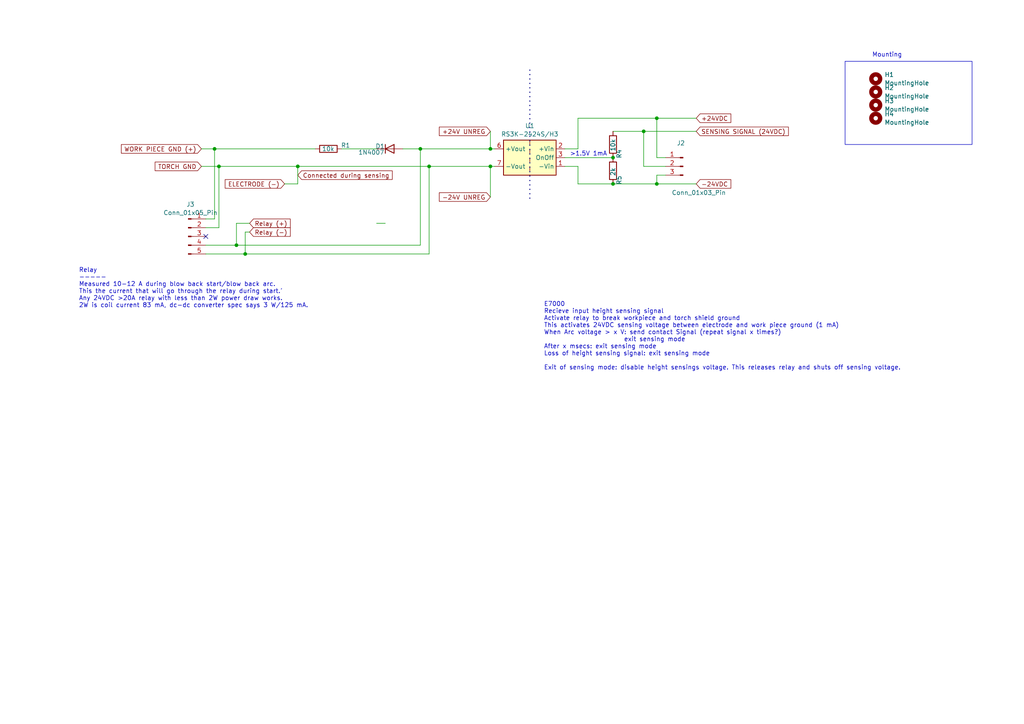
<source format=kicad_sch>
(kicad_sch
	(version 20231120)
	(generator "eeschema")
	(generator_version "8.0")
	(uuid "2f7c1153-70ce-434d-b080-3c6aade9d7b3")
	(paper "A4")
	(title_block
		(title "Clip work piece ground from torch grounded shield")
	)
	(lib_symbols
		(symbol "Connector:Conn_01x03_Pin"
			(pin_names
				(offset 1.016) hide)
			(exclude_from_sim no)
			(in_bom yes)
			(on_board yes)
			(property "Reference" "J"
				(at 0 5.08 0)
				(effects
					(font
						(size 1.27 1.27)
					)
				)
			)
			(property "Value" "Conn_01x03_Pin"
				(at 0 -5.08 0)
				(effects
					(font
						(size 1.27 1.27)
					)
				)
			)
			(property "Footprint" ""
				(at 0 0 0)
				(effects
					(font
						(size 1.27 1.27)
					)
					(hide yes)
				)
			)
			(property "Datasheet" "~"
				(at 0 0 0)
				(effects
					(font
						(size 1.27 1.27)
					)
					(hide yes)
				)
			)
			(property "Description" "Generic connector, single row, 01x03, script generated"
				(at 0 0 0)
				(effects
					(font
						(size 1.27 1.27)
					)
					(hide yes)
				)
			)
			(property "ki_locked" ""
				(at 0 0 0)
				(effects
					(font
						(size 1.27 1.27)
					)
				)
			)
			(property "ki_keywords" "connector"
				(at 0 0 0)
				(effects
					(font
						(size 1.27 1.27)
					)
					(hide yes)
				)
			)
			(property "ki_fp_filters" "Connector*:*_1x??_*"
				(at 0 0 0)
				(effects
					(font
						(size 1.27 1.27)
					)
					(hide yes)
				)
			)
			(symbol "Conn_01x03_Pin_1_1"
				(polyline
					(pts
						(xy 1.27 -2.54) (xy 0.8636 -2.54)
					)
					(stroke
						(width 0.1524)
						(type default)
					)
					(fill
						(type none)
					)
				)
				(polyline
					(pts
						(xy 1.27 0) (xy 0.8636 0)
					)
					(stroke
						(width 0.1524)
						(type default)
					)
					(fill
						(type none)
					)
				)
				(polyline
					(pts
						(xy 1.27 2.54) (xy 0.8636 2.54)
					)
					(stroke
						(width 0.1524)
						(type default)
					)
					(fill
						(type none)
					)
				)
				(rectangle
					(start 0.8636 -2.413)
					(end 0 -2.667)
					(stroke
						(width 0.1524)
						(type default)
					)
					(fill
						(type outline)
					)
				)
				(rectangle
					(start 0.8636 0.127)
					(end 0 -0.127)
					(stroke
						(width 0.1524)
						(type default)
					)
					(fill
						(type outline)
					)
				)
				(rectangle
					(start 0.8636 2.667)
					(end 0 2.413)
					(stroke
						(width 0.1524)
						(type default)
					)
					(fill
						(type outline)
					)
				)
				(pin passive line
					(at 5.08 2.54 180)
					(length 3.81)
					(name "Pin_1"
						(effects
							(font
								(size 1.27 1.27)
							)
						)
					)
					(number "1"
						(effects
							(font
								(size 1.27 1.27)
							)
						)
					)
				)
				(pin passive line
					(at 5.08 0 180)
					(length 3.81)
					(name "Pin_2"
						(effects
							(font
								(size 1.27 1.27)
							)
						)
					)
					(number "2"
						(effects
							(font
								(size 1.27 1.27)
							)
						)
					)
				)
				(pin passive line
					(at 5.08 -2.54 180)
					(length 3.81)
					(name "Pin_3"
						(effects
							(font
								(size 1.27 1.27)
							)
						)
					)
					(number "3"
						(effects
							(font
								(size 1.27 1.27)
							)
						)
					)
				)
			)
		)
		(symbol "Connector:Conn_01x05_Pin"
			(pin_names
				(offset 1.016) hide)
			(exclude_from_sim no)
			(in_bom yes)
			(on_board yes)
			(property "Reference" "J"
				(at 0 7.62 0)
				(effects
					(font
						(size 1.27 1.27)
					)
				)
			)
			(property "Value" "Conn_01x05_Pin"
				(at 0 -7.62 0)
				(effects
					(font
						(size 1.27 1.27)
					)
				)
			)
			(property "Footprint" ""
				(at 0 0 0)
				(effects
					(font
						(size 1.27 1.27)
					)
					(hide yes)
				)
			)
			(property "Datasheet" "~"
				(at 0 0 0)
				(effects
					(font
						(size 1.27 1.27)
					)
					(hide yes)
				)
			)
			(property "Description" "Generic connector, single row, 01x05, script generated"
				(at 0 0 0)
				(effects
					(font
						(size 1.27 1.27)
					)
					(hide yes)
				)
			)
			(property "ki_locked" ""
				(at 0 0 0)
				(effects
					(font
						(size 1.27 1.27)
					)
				)
			)
			(property "ki_keywords" "connector"
				(at 0 0 0)
				(effects
					(font
						(size 1.27 1.27)
					)
					(hide yes)
				)
			)
			(property "ki_fp_filters" "Connector*:*_1x??_*"
				(at 0 0 0)
				(effects
					(font
						(size 1.27 1.27)
					)
					(hide yes)
				)
			)
			(symbol "Conn_01x05_Pin_1_1"
				(polyline
					(pts
						(xy 1.27 -5.08) (xy 0.8636 -5.08)
					)
					(stroke
						(width 0.1524)
						(type default)
					)
					(fill
						(type none)
					)
				)
				(polyline
					(pts
						(xy 1.27 -2.54) (xy 0.8636 -2.54)
					)
					(stroke
						(width 0.1524)
						(type default)
					)
					(fill
						(type none)
					)
				)
				(polyline
					(pts
						(xy 1.27 0) (xy 0.8636 0)
					)
					(stroke
						(width 0.1524)
						(type default)
					)
					(fill
						(type none)
					)
				)
				(polyline
					(pts
						(xy 1.27 2.54) (xy 0.8636 2.54)
					)
					(stroke
						(width 0.1524)
						(type default)
					)
					(fill
						(type none)
					)
				)
				(polyline
					(pts
						(xy 1.27 5.08) (xy 0.8636 5.08)
					)
					(stroke
						(width 0.1524)
						(type default)
					)
					(fill
						(type none)
					)
				)
				(rectangle
					(start 0.8636 -4.953)
					(end 0 -5.207)
					(stroke
						(width 0.1524)
						(type default)
					)
					(fill
						(type outline)
					)
				)
				(rectangle
					(start 0.8636 -2.413)
					(end 0 -2.667)
					(stroke
						(width 0.1524)
						(type default)
					)
					(fill
						(type outline)
					)
				)
				(rectangle
					(start 0.8636 0.127)
					(end 0 -0.127)
					(stroke
						(width 0.1524)
						(type default)
					)
					(fill
						(type outline)
					)
				)
				(rectangle
					(start 0.8636 2.667)
					(end 0 2.413)
					(stroke
						(width 0.1524)
						(type default)
					)
					(fill
						(type outline)
					)
				)
				(rectangle
					(start 0.8636 5.207)
					(end 0 4.953)
					(stroke
						(width 0.1524)
						(type default)
					)
					(fill
						(type outline)
					)
				)
				(pin passive line
					(at 5.08 5.08 180)
					(length 3.81)
					(name "Pin_1"
						(effects
							(font
								(size 1.27 1.27)
							)
						)
					)
					(number "1"
						(effects
							(font
								(size 1.27 1.27)
							)
						)
					)
				)
				(pin passive line
					(at 5.08 2.54 180)
					(length 3.81)
					(name "Pin_2"
						(effects
							(font
								(size 1.27 1.27)
							)
						)
					)
					(number "2"
						(effects
							(font
								(size 1.27 1.27)
							)
						)
					)
				)
				(pin passive line
					(at 5.08 0 180)
					(length 3.81)
					(name "Pin_3"
						(effects
							(font
								(size 1.27 1.27)
							)
						)
					)
					(number "3"
						(effects
							(font
								(size 1.27 1.27)
							)
						)
					)
				)
				(pin passive line
					(at 5.08 -2.54 180)
					(length 3.81)
					(name "Pin_4"
						(effects
							(font
								(size 1.27 1.27)
							)
						)
					)
					(number "4"
						(effects
							(font
								(size 1.27 1.27)
							)
						)
					)
				)
				(pin passive line
					(at 5.08 -5.08 180)
					(length 3.81)
					(name "Pin_5"
						(effects
							(font
								(size 1.27 1.27)
							)
						)
					)
					(number "5"
						(effects
							(font
								(size 1.27 1.27)
							)
						)
					)
				)
			)
		)
		(symbol "Converter_DCDC:TEC3-2413UI"
			(exclude_from_sim no)
			(in_bom yes)
			(on_board yes)
			(property "Reference" "U"
				(at -7.62 6.35 0)
				(effects
					(font
						(size 1.27 1.27)
					)
					(justify left)
				)
			)
			(property "Value" "TEC3-2413UI"
				(at 1.524 6.35 0)
				(effects
					(font
						(size 1.27 1.27)
					)
				)
			)
			(property "Footprint" "Converter_DCDC:Converter_DCDC_TRACO_TEC3-24xxUI_THT"
				(at 0 -6.604 0)
				(effects
					(font
						(size 1.27 1.27)
					)
					(hide yes)
				)
			)
			(property "Datasheet" "https://www.tracopower.com/products/tec3ui.pdf"
				(at 0 -8.89 0)
				(effects
					(font
						(size 1.27 1.27)
					)
					(hide yes)
				)
			)
			(property "Description" "3W DC/DC converter regulated, 9-75V input, 15V fixed output voltage, 200mA output, 2.0kVDC isolation, SIP-8"
				(at 0 0 0)
				(effects
					(font
						(size 1.27 1.27)
					)
					(hide yes)
				)
			)
			(property "ki_keywords" "Traco isolated isolation dc-dc DC/DC converter regulated single 3W"
				(at 0 0 0)
				(effects
					(font
						(size 1.27 1.27)
					)
					(hide yes)
				)
			)
			(property "ki_fp_filters" "Converter*DCDC*TRACO*TEC3*24xxUI*THT*"
				(at 0 0 0)
				(effects
					(font
						(size 1.27 1.27)
					)
					(hide yes)
				)
			)
			(symbol "TEC3-2413UI_0_0"
				(pin power_in line
					(at -10.16 -2.54 0)
					(length 2.54)
					(name "-Vin"
						(effects
							(font
								(size 1.27 1.27)
							)
						)
					)
					(number "1"
						(effects
							(font
								(size 1.27 1.27)
							)
						)
					)
				)
				(pin power_in line
					(at -10.16 2.54 0)
					(length 2.54)
					(name "+Vin"
						(effects
							(font
								(size 1.27 1.27)
							)
						)
					)
					(number "2"
						(effects
							(font
								(size 1.27 1.27)
							)
						)
					)
				)
				(pin input line
					(at -10.16 0 0)
					(length 2.54)
					(name "OnOff"
						(effects
							(font
								(size 1.27 1.27)
							)
						)
					)
					(number "3"
						(effects
							(font
								(size 1.27 1.27)
							)
						)
					)
				)
				(pin no_connect line
					(at 0 5.08 270)
					(length 2.54) hide
					(name "NC"
						(effects
							(font
								(size 1.27 1.27)
							)
						)
					)
					(number "5"
						(effects
							(font
								(size 1.27 1.27)
							)
						)
					)
				)
				(pin power_out line
					(at 10.16 2.54 180)
					(length 2.54)
					(name "+Vout"
						(effects
							(font
								(size 1.27 1.27)
							)
						)
					)
					(number "6"
						(effects
							(font
								(size 1.27 1.27)
							)
						)
					)
				)
				(pin power_out line
					(at 10.16 -2.54 180)
					(length 2.54)
					(name "-Vout"
						(effects
							(font
								(size 1.27 1.27)
							)
						)
					)
					(number "7"
						(effects
							(font
								(size 1.27 1.27)
							)
						)
					)
				)
				(pin no_connect line
					(at 7.62 0 180)
					(length 2.54) hide
					(name "NC"
						(effects
							(font
								(size 1.27 1.27)
							)
						)
					)
					(number "8"
						(effects
							(font
								(size 1.27 1.27)
							)
						)
					)
				)
			)
			(symbol "TEC3-2413UI_0_1"
				(rectangle
					(start -7.62 5.08)
					(end 7.62 -5.08)
					(stroke
						(width 0.254)
						(type default)
					)
					(fill
						(type background)
					)
				)
				(polyline
					(pts
						(xy 0 -2.54) (xy 0 -3.81)
					)
					(stroke
						(width 0)
						(type default)
					)
					(fill
						(type none)
					)
				)
				(polyline
					(pts
						(xy 0 0) (xy 0 -1.27)
					)
					(stroke
						(width 0)
						(type default)
					)
					(fill
						(type none)
					)
				)
				(polyline
					(pts
						(xy 0 2.54) (xy 0 1.27)
					)
					(stroke
						(width 0)
						(type default)
					)
					(fill
						(type none)
					)
				)
				(polyline
					(pts
						(xy 0 5.08) (xy 0 3.81)
					)
					(stroke
						(width 0)
						(type default)
					)
					(fill
						(type none)
					)
				)
			)
		)
		(symbol "Device:R"
			(pin_numbers hide)
			(pin_names
				(offset 0)
			)
			(exclude_from_sim no)
			(in_bom yes)
			(on_board yes)
			(property "Reference" "R"
				(at 2.032 0 90)
				(effects
					(font
						(size 1.27 1.27)
					)
				)
			)
			(property "Value" "R"
				(at 0 0 90)
				(effects
					(font
						(size 1.27 1.27)
					)
				)
			)
			(property "Footprint" ""
				(at -1.778 0 90)
				(effects
					(font
						(size 1.27 1.27)
					)
					(hide yes)
				)
			)
			(property "Datasheet" "~"
				(at 0 0 0)
				(effects
					(font
						(size 1.27 1.27)
					)
					(hide yes)
				)
			)
			(property "Description" "Resistor"
				(at 0 0 0)
				(effects
					(font
						(size 1.27 1.27)
					)
					(hide yes)
				)
			)
			(property "ki_keywords" "R res resistor"
				(at 0 0 0)
				(effects
					(font
						(size 1.27 1.27)
					)
					(hide yes)
				)
			)
			(property "ki_fp_filters" "R_*"
				(at 0 0 0)
				(effects
					(font
						(size 1.27 1.27)
					)
					(hide yes)
				)
			)
			(symbol "R_0_1"
				(rectangle
					(start -1.016 -2.54)
					(end 1.016 2.54)
					(stroke
						(width 0.254)
						(type default)
					)
					(fill
						(type none)
					)
				)
			)
			(symbol "R_1_1"
				(pin passive line
					(at 0 3.81 270)
					(length 1.27)
					(name "~"
						(effects
							(font
								(size 1.27 1.27)
							)
						)
					)
					(number "1"
						(effects
							(font
								(size 1.27 1.27)
							)
						)
					)
				)
				(pin passive line
					(at 0 -3.81 90)
					(length 1.27)
					(name "~"
						(effects
							(font
								(size 1.27 1.27)
							)
						)
					)
					(number "2"
						(effects
							(font
								(size 1.27 1.27)
							)
						)
					)
				)
			)
		)
		(symbol "Diode:1N4007"
			(pin_numbers hide)
			(pin_names hide)
			(exclude_from_sim no)
			(in_bom yes)
			(on_board yes)
			(property "Reference" "D"
				(at 0 2.54 0)
				(effects
					(font
						(size 1.27 1.27)
					)
				)
			)
			(property "Value" "1N4007"
				(at 0 -2.54 0)
				(effects
					(font
						(size 1.27 1.27)
					)
				)
			)
			(property "Footprint" "Diode_THT:D_DO-41_SOD81_P10.16mm_Horizontal"
				(at 0 -4.445 0)
				(effects
					(font
						(size 1.27 1.27)
					)
					(hide yes)
				)
			)
			(property "Datasheet" "http://www.vishay.com/docs/88503/1n4001.pdf"
				(at 0 0 0)
				(effects
					(font
						(size 1.27 1.27)
					)
					(hide yes)
				)
			)
			(property "Description" "1000V 1A General Purpose Rectifier Diode, DO-41"
				(at 0 0 0)
				(effects
					(font
						(size 1.27 1.27)
					)
					(hide yes)
				)
			)
			(property "Sim.Device" "D"
				(at 0 0 0)
				(effects
					(font
						(size 1.27 1.27)
					)
					(hide yes)
				)
			)
			(property "Sim.Pins" "1=K 2=A"
				(at 0 0 0)
				(effects
					(font
						(size 1.27 1.27)
					)
					(hide yes)
				)
			)
			(property "ki_keywords" "diode"
				(at 0 0 0)
				(effects
					(font
						(size 1.27 1.27)
					)
					(hide yes)
				)
			)
			(property "ki_fp_filters" "D*DO?41*"
				(at 0 0 0)
				(effects
					(font
						(size 1.27 1.27)
					)
					(hide yes)
				)
			)
			(symbol "1N4007_0_1"
				(polyline
					(pts
						(xy -1.27 1.27) (xy -1.27 -1.27)
					)
					(stroke
						(width 0.254)
						(type default)
					)
					(fill
						(type none)
					)
				)
				(polyline
					(pts
						(xy 1.27 0) (xy -1.27 0)
					)
					(stroke
						(width 0)
						(type default)
					)
					(fill
						(type none)
					)
				)
				(polyline
					(pts
						(xy 1.27 1.27) (xy 1.27 -1.27) (xy -1.27 0) (xy 1.27 1.27)
					)
					(stroke
						(width 0.254)
						(type default)
					)
					(fill
						(type none)
					)
				)
			)
			(symbol "1N4007_1_1"
				(pin passive line
					(at -3.81 0 0)
					(length 2.54)
					(name "K"
						(effects
							(font
								(size 1.27 1.27)
							)
						)
					)
					(number "1"
						(effects
							(font
								(size 1.27 1.27)
							)
						)
					)
				)
				(pin passive line
					(at 3.81 0 180)
					(length 2.54)
					(name "A"
						(effects
							(font
								(size 1.27 1.27)
							)
						)
					)
					(number "2"
						(effects
							(font
								(size 1.27 1.27)
							)
						)
					)
				)
			)
		)
		(symbol "Mechanical:MountingHole"
			(pin_names
				(offset 1.016)
			)
			(exclude_from_sim yes)
			(in_bom no)
			(on_board yes)
			(property "Reference" "H"
				(at 0 5.08 0)
				(effects
					(font
						(size 1.27 1.27)
					)
				)
			)
			(property "Value" "MountingHole"
				(at 0 3.175 0)
				(effects
					(font
						(size 1.27 1.27)
					)
				)
			)
			(property "Footprint" ""
				(at 0 0 0)
				(effects
					(font
						(size 1.27 1.27)
					)
					(hide yes)
				)
			)
			(property "Datasheet" "~"
				(at 0 0 0)
				(effects
					(font
						(size 1.27 1.27)
					)
					(hide yes)
				)
			)
			(property "Description" "Mounting Hole without connection"
				(at 0 0 0)
				(effects
					(font
						(size 1.27 1.27)
					)
					(hide yes)
				)
			)
			(property "ki_keywords" "mounting hole"
				(at 0 0 0)
				(effects
					(font
						(size 1.27 1.27)
					)
					(hide yes)
				)
			)
			(property "ki_fp_filters" "MountingHole*"
				(at 0 0 0)
				(effects
					(font
						(size 1.27 1.27)
					)
					(hide yes)
				)
			)
			(symbol "MountingHole_0_1"
				(circle
					(center 0 0)
					(radius 1.27)
					(stroke
						(width 1.27)
						(type default)
					)
					(fill
						(type none)
					)
				)
			)
		)
	)
	(junction
		(at 68.58 71.12)
		(diameter 0)
		(color 0 0 0 0)
		(uuid "1363a363-cf6d-449f-aa65-f8dca29f6885")
	)
	(junction
		(at 62.23 43.18)
		(diameter 0)
		(color 0 0 0 0)
		(uuid "2aaefd86-bd07-4033-844c-50cc23b381ff")
	)
	(junction
		(at 186.69 38.1)
		(diameter 0)
		(color 0 0 0 0)
		(uuid "34f9172b-8c54-4a0f-9b5d-9335143bfaa5")
	)
	(junction
		(at 142.24 48.26)
		(diameter 0)
		(color 0 0 0 0)
		(uuid "37c43951-6260-4d7a-83d0-3b2bc434c8d4")
	)
	(junction
		(at 71.12 73.66)
		(diameter 0)
		(color 0 0 0 0)
		(uuid "3e1c1d1b-ca80-497c-bd0d-c5b2f6933349")
	)
	(junction
		(at 86.36 48.26)
		(diameter 0)
		(color 0 0 0 0)
		(uuid "3f27100a-11ee-414d-aff4-e59353b86b78")
	)
	(junction
		(at 124.46 48.26)
		(diameter 0)
		(color 0 0 0 0)
		(uuid "540c0c40-d521-4548-ad79-45d842153b39")
	)
	(junction
		(at 142.24 43.18)
		(diameter 0)
		(color 0 0 0 0)
		(uuid "5c7eae82-fc48-44a7-87e3-2b169c51f7a6")
	)
	(junction
		(at 190.5 53.34)
		(diameter 0)
		(color 0 0 0 0)
		(uuid "63e40dca-c178-4255-8f44-c475b0a60b2a")
	)
	(junction
		(at 177.8 53.34)
		(diameter 0)
		(color 0 0 0 0)
		(uuid "91716cb1-5341-4824-8f1e-3dc14ac5a6c6")
	)
	(junction
		(at 63.5 48.26)
		(diameter 0)
		(color 0 0 0 0)
		(uuid "a6d838f8-dc2d-403d-9a07-3f8605eea2d6")
	)
	(junction
		(at 121.92 43.18)
		(diameter 0)
		(color 0 0 0 0)
		(uuid "b42c242e-32de-4c09-8c31-8db31843586f")
	)
	(junction
		(at 177.8 45.72)
		(diameter 0)
		(color 0 0 0 0)
		(uuid "edb256d2-e21b-4584-871a-23efe329c1c6")
	)
	(junction
		(at 190.5 34.29)
		(diameter 0)
		(color 0 0 0 0)
		(uuid "f5abadfb-2abb-4ee4-96de-60678d4af991")
	)
	(no_connect
		(at 59.69 68.58)
		(uuid "838addef-1b41-4507-a7b0-dad4a6d31c93")
	)
	(wire
		(pts
			(xy 193.04 48.26) (xy 186.69 48.26)
		)
		(stroke
			(width 0)
			(type default)
		)
		(uuid "08825fa3-8e07-4ca0-a092-00e9929586c8")
	)
	(wire
		(pts
			(xy 167.64 43.18) (xy 163.83 43.18)
		)
		(stroke
			(width 0)
			(type default)
		)
		(uuid "1374e949-9a85-498c-a113-64bc2dc6c261")
	)
	(wire
		(pts
			(xy 121.92 43.18) (xy 142.24 43.18)
		)
		(stroke
			(width 0)
			(type default)
		)
		(uuid "15b9de44-a6eb-4008-82ad-8c2eda039d1c")
	)
	(wire
		(pts
			(xy 142.24 48.26) (xy 143.51 48.26)
		)
		(stroke
			(width 0)
			(type default)
		)
		(uuid "160de4d8-9513-4a04-b2d0-a1dfca1d68ce")
	)
	(wire
		(pts
			(xy 72.39 67.31) (xy 71.12 67.31)
		)
		(stroke
			(width 0)
			(type default)
		)
		(uuid "1b502def-70e6-4360-b7d2-ea8c6561acfb")
	)
	(wire
		(pts
			(xy 142.24 43.18) (xy 143.51 43.18)
		)
		(stroke
			(width 0)
			(type default)
		)
		(uuid "1d98e999-bcb5-4f4b-8cfd-2094199a0d4b")
	)
	(wire
		(pts
			(xy 186.69 48.26) (xy 186.69 38.1)
		)
		(stroke
			(width 0)
			(type default)
		)
		(uuid "250f7caa-9f60-42d9-ab48-9364015103ba")
	)
	(wire
		(pts
			(xy 190.5 34.29) (xy 201.93 34.29)
		)
		(stroke
			(width 0)
			(type default)
		)
		(uuid "2653ceff-e20a-413f-86e7-88bb388e1205")
	)
	(wire
		(pts
			(xy 190.5 45.72) (xy 190.5 34.29)
		)
		(stroke
			(width 0)
			(type default)
		)
		(uuid "287c9e4b-0a3e-465e-adad-2589019caf49")
	)
	(wire
		(pts
			(xy 71.12 73.66) (xy 124.46 73.66)
		)
		(stroke
			(width 0)
			(type default)
		)
		(uuid "289b99fc-a241-4995-8d67-a3dfd3f5b102")
	)
	(wire
		(pts
			(xy 177.8 38.1) (xy 186.69 38.1)
		)
		(stroke
			(width 0)
			(type default)
		)
		(uuid "2b2773e6-47b0-420d-9835-02ad7bb2804c")
	)
	(wire
		(pts
			(xy 167.64 34.29) (xy 190.5 34.29)
		)
		(stroke
			(width 0)
			(type default)
		)
		(uuid "32450982-b3ba-4eff-84b5-e563cfc45b99")
	)
	(wire
		(pts
			(xy 177.8 53.34) (xy 190.5 53.34)
		)
		(stroke
			(width 0)
			(type default)
		)
		(uuid "342a06dc-4bf7-481a-9f84-1499e4405e89")
	)
	(wire
		(pts
			(xy 124.46 73.66) (xy 124.46 48.26)
		)
		(stroke
			(width 0)
			(type default)
		)
		(uuid "393703a0-2d81-4f54-92ac-965366feb891")
	)
	(wire
		(pts
			(xy 190.5 53.34) (xy 201.93 53.34)
		)
		(stroke
			(width 0)
			(type default)
		)
		(uuid "3e911fa1-10d2-470b-9d74-b76c4fb17eea")
	)
	(wire
		(pts
			(xy 167.64 48.26) (xy 167.64 53.34)
		)
		(stroke
			(width 0)
			(type default)
		)
		(uuid "412876e9-bbbb-48f3-9bef-72afe0d78422")
	)
	(wire
		(pts
			(xy 186.69 38.1) (xy 201.93 38.1)
		)
		(stroke
			(width 0)
			(type default)
		)
		(uuid "43997313-21b9-45ba-8b9c-01cfe254dfe1")
	)
	(wire
		(pts
			(xy 72.39 64.77) (xy 68.58 64.77)
		)
		(stroke
			(width 0)
			(type default)
		)
		(uuid "43a737a9-02e8-438e-84ac-abcb1a7268bc")
	)
	(wire
		(pts
			(xy 63.5 48.26) (xy 86.36 48.26)
		)
		(stroke
			(width 0)
			(type default)
		)
		(uuid "488268ba-aead-4eb9-a6ad-24d9ca719d2f")
	)
	(wire
		(pts
			(xy 59.69 73.66) (xy 71.12 73.66)
		)
		(stroke
			(width 0)
			(type default)
		)
		(uuid "4a52ef85-d970-49cf-a03e-6b9b6c25ace4")
	)
	(wire
		(pts
			(xy 58.42 43.18) (xy 62.23 43.18)
		)
		(stroke
			(width 0)
			(type default)
		)
		(uuid "4d8b4d28-50de-480f-b980-e64f2c3e5b02")
	)
	(wire
		(pts
			(xy 62.23 63.5) (xy 62.23 43.18)
		)
		(stroke
			(width 0)
			(type default)
		)
		(uuid "4e1cfc6f-7ba7-4cd3-95bb-64bd2398faa7")
	)
	(wire
		(pts
			(xy 68.58 64.77) (xy 68.58 71.12)
		)
		(stroke
			(width 0)
			(type default)
		)
		(uuid "4f787532-6009-4f0a-a25a-918ad8f3f8b7")
	)
	(wire
		(pts
			(xy 111.76 64.77) (xy 109.22 64.77)
		)
		(stroke
			(width 0)
			(type default)
		)
		(uuid "52ebe5af-d1bb-49da-b5f1-69d677455d4f")
	)
	(wire
		(pts
			(xy 124.46 48.26) (xy 142.24 48.26)
		)
		(stroke
			(width 0)
			(type default)
		)
		(uuid "567b7863-74cf-4ef7-989e-425a6a99fffb")
	)
	(wire
		(pts
			(xy 163.83 45.72) (xy 177.8 45.72)
		)
		(stroke
			(width 0)
			(type default)
		)
		(uuid "5d0c69e9-c01b-4be7-b43c-14039068dcdb")
	)
	(wire
		(pts
			(xy 190.5 50.8) (xy 190.5 53.34)
		)
		(stroke
			(width 0)
			(type default)
		)
		(uuid "5e795cae-9ccb-4648-8240-fd61edf5b47a")
	)
	(bus
		(pts
			(xy 153.67 20.32) (xy 153.67 58.42)
		)
		(stroke
			(width 0)
			(type dot)
		)
		(uuid "613f69a4-0107-4cca-91e5-a0793d2742c5")
	)
	(wire
		(pts
			(xy 142.24 57.15) (xy 142.24 48.26)
		)
		(stroke
			(width 0)
			(type default)
		)
		(uuid "7b04a8f2-dd43-457e-adec-c0258efb300b")
	)
	(wire
		(pts
			(xy 167.64 34.29) (xy 167.64 43.18)
		)
		(stroke
			(width 0)
			(type default)
		)
		(uuid "8cbff296-6438-4900-ab6c-3630e6bd7eb5")
	)
	(wire
		(pts
			(xy 82.55 53.34) (xy 86.36 53.34)
		)
		(stroke
			(width 0)
			(type default)
		)
		(uuid "8f7f6974-751d-4489-a724-9a10dbb450ba")
	)
	(wire
		(pts
			(xy 99.06 43.18) (xy 109.22 43.18)
		)
		(stroke
			(width 0)
			(type default)
		)
		(uuid "93bd9c54-62da-4bd2-a4dc-1764939b651e")
	)
	(wire
		(pts
			(xy 116.84 43.18) (xy 121.92 43.18)
		)
		(stroke
			(width 0)
			(type default)
		)
		(uuid "9d13e583-9086-4848-8b5a-210bc6af26e4")
	)
	(wire
		(pts
			(xy 59.69 66.04) (xy 63.5 66.04)
		)
		(stroke
			(width 0)
			(type default)
		)
		(uuid "a6b36815-f0fc-4167-b414-57e42d05d52f")
	)
	(wire
		(pts
			(xy 193.04 45.72) (xy 190.5 45.72)
		)
		(stroke
			(width 0)
			(type default)
		)
		(uuid "a76baa4d-165a-4cd8-9d02-57d902843357")
	)
	(wire
		(pts
			(xy 86.36 48.26) (xy 86.36 53.34)
		)
		(stroke
			(width 0)
			(type default)
		)
		(uuid "a85bacdb-704a-4675-a55a-36d7546c1ba3")
	)
	(wire
		(pts
			(xy 59.69 63.5) (xy 62.23 63.5)
		)
		(stroke
			(width 0)
			(type default)
		)
		(uuid "a967b78e-3640-4cf4-862c-47b8147abcfa")
	)
	(wire
		(pts
			(xy 167.64 53.34) (xy 177.8 53.34)
		)
		(stroke
			(width 0)
			(type default)
		)
		(uuid "b5ade923-5037-49bb-ab85-6bf843f11c49")
	)
	(wire
		(pts
			(xy 86.36 48.26) (xy 124.46 48.26)
		)
		(stroke
			(width 0)
			(type default)
		)
		(uuid "b7d2aaeb-9097-4504-9f89-d598c4d336ad")
	)
	(wire
		(pts
			(xy 71.12 67.31) (xy 71.12 73.66)
		)
		(stroke
			(width 0)
			(type default)
		)
		(uuid "c2d123ab-7737-496d-8eb6-aad61e1e4334")
	)
	(wire
		(pts
			(xy 142.24 38.1) (xy 142.24 43.18)
		)
		(stroke
			(width 0)
			(type default)
		)
		(uuid "cebc312f-ecf3-4e72-b66a-acd9920fb69c")
	)
	(wire
		(pts
			(xy 68.58 71.12) (xy 121.92 71.12)
		)
		(stroke
			(width 0)
			(type default)
		)
		(uuid "cf1b1637-c9b6-49af-8572-bdc648909d4a")
	)
	(wire
		(pts
			(xy 193.04 50.8) (xy 190.5 50.8)
		)
		(stroke
			(width 0)
			(type default)
		)
		(uuid "e7321572-a38c-47b0-8a0d-2d573f52d5c7")
	)
	(wire
		(pts
			(xy 163.83 48.26) (xy 167.64 48.26)
		)
		(stroke
			(width 0)
			(type default)
		)
		(uuid "ea692671-510f-4533-bdce-481acf66fbff")
	)
	(wire
		(pts
			(xy 59.69 71.12) (xy 68.58 71.12)
		)
		(stroke
			(width 0)
			(type default)
		)
		(uuid "efb23a80-9ed2-4d47-8f57-3fe3b1854493")
	)
	(wire
		(pts
			(xy 63.5 66.04) (xy 63.5 48.26)
		)
		(stroke
			(width 0)
			(type default)
		)
		(uuid "f69009b6-9738-4468-b36c-38b3ba19dfd1")
	)
	(wire
		(pts
			(xy 62.23 43.18) (xy 91.44 43.18)
		)
		(stroke
			(width 0)
			(type default)
		)
		(uuid "f8aaf4af-e3cd-4188-931c-dd690e1351b6")
	)
	(wire
		(pts
			(xy 58.42 48.26) (xy 63.5 48.26)
		)
		(stroke
			(width 0)
			(type default)
		)
		(uuid "fdc42d48-05fa-49f6-959c-d90e52733927")
	)
	(wire
		(pts
			(xy 121.92 71.12) (xy 121.92 43.18)
		)
		(stroke
			(width 0)
			(type default)
		)
		(uuid "fe22e5d4-73c6-42f7-9745-211d488e6020")
	)
	(rectangle
		(start 245.11 17.78)
		(end 281.94 41.91)
		(stroke
			(width 0)
			(type default)
		)
		(fill
			(type none)
		)
		(uuid a9d0f8c2-7075-4e26-83e8-15065199ba8a)
	)
	(text "E7000\nRecieve input height sensing signal\nActivate relay to break workpiece and torch shield ground\nThis activates 24VDC sensing voltage between electrode and work piece ground (1 mA)\nWhen Arc voltage > x V: send contact Signal (repeat signal x times?)\n                        exit sensing mode\nAfter x msecs: exit sensing mode\nLoss of height sensing signal: exit sensing mode\n\nExit of sensing mode: disable height sensings voltage. This releases relay and shuts off sensing voltage.\n\n"
		(exclude_from_sim no)
		(at 157.734 98.552 0)
		(effects
			(font
				(size 1.27 1.27)
			)
			(justify left)
		)
		(uuid "1f36ced0-4a8d-4b0f-a4e1-e8559ec72122")
	)
	(text ">1.5V 1mA"
		(exclude_from_sim no)
		(at 170.688 44.704 0)
		(effects
			(font
				(size 1.27 1.27)
			)
		)
		(uuid "21ef9072-3d1e-4509-9099-3fcc99afe0e3")
	)
	(text "Mounting"
		(exclude_from_sim no)
		(at 257.302 16.002 0)
		(effects
			(font
				(size 1.27 1.27)
			)
		)
		(uuid "27e903f8-2cda-408a-b35c-af8280e3ce25")
	)
	(text "Relay\n-----\nMeasured 10-12 A during blow back start/blow back arc.\nThis the current that will go through the relay during start.'\nAny 24VDC >20A relay with less than 2W power draw works.\n2W is coil current 83 mA, dc-dc converter spec says 3 W/125 mA."
		(exclude_from_sim no)
		(at 22.86 83.566 0)
		(effects
			(font
				(size 1.27 1.27)
			)
			(justify left)
		)
		(uuid "efdba791-5331-4111-a184-bb1ee3633e5a")
	)
	(global_label "Connected during sensing"
		(shape input)
		(at 86.36 50.8 0)
		(fields_autoplaced yes)
		(effects
			(font
				(size 1.27 1.27)
			)
			(justify left)
		)
		(uuid "2826dd6c-5cf3-4548-9834-ac92358b94e8")
		(property "Intersheetrefs" "${INTERSHEET_REFS}"
			(at 114.3215 50.8 0)
			(effects
				(font
					(size 1.27 1.27)
				)
				(justify left)
				(hide yes)
			)
		)
	)
	(global_label "+24V UNREG"
		(shape input)
		(at 142.24 38.1 180)
		(fields_autoplaced yes)
		(effects
			(font
				(size 1.27 1.27)
			)
			(justify right)
		)
		(uuid "6d625087-2465-4970-a850-93c9993d32c2")
		(property "Intersheetrefs" "${INTERSHEET_REFS}"
			(at 126.8572 38.1 0)
			(effects
				(font
					(size 1.27 1.27)
				)
				(justify right)
				(hide yes)
			)
		)
	)
	(global_label "TORCH GND"
		(shape input)
		(at 58.42 48.26 180)
		(fields_autoplaced yes)
		(effects
			(font
				(size 1.27 1.27)
			)
			(justify right)
		)
		(uuid "6ec9d393-3507-4a78-9366-ffaf8d0786fc")
		(property "Intersheetrefs" "${INTERSHEET_REFS}"
			(at 44.4281 48.26 0)
			(effects
				(font
					(size 1.27 1.27)
				)
				(justify right)
				(hide yes)
			)
		)
	)
	(global_label "-24V UNREG"
		(shape input)
		(at 142.24 57.15 180)
		(fields_autoplaced yes)
		(effects
			(font
				(size 1.27 1.27)
			)
			(justify right)
		)
		(uuid "7d9a57dc-1da5-4ae1-8acb-fb0a54f669f3")
		(property "Intersheetrefs" "${INTERSHEET_REFS}"
			(at 126.8572 57.15 0)
			(effects
				(font
					(size 1.27 1.27)
				)
				(justify right)
				(hide yes)
			)
		)
	)
	(global_label "Relay (-)"
		(shape input)
		(at 72.39 67.31 0)
		(fields_autoplaced yes)
		(effects
			(font
				(size 1.27 1.27)
			)
			(justify left)
		)
		(uuid "8caec950-0429-404a-a48e-73695e8faee2")
		(property "Intersheetrefs" "${INTERSHEET_REFS}"
			(at 84.749 67.31 0)
			(effects
				(font
					(size 1.27 1.27)
				)
				(justify left)
				(hide yes)
			)
		)
	)
	(global_label "WORK PIECE GND (+)"
		(shape input)
		(at 58.42 43.18 180)
		(fields_autoplaced yes)
		(effects
			(font
				(size 1.27 1.27)
			)
			(justify right)
		)
		(uuid "8e0e7ccc-b90d-4c7e-83fd-c7e85d9863d3")
		(property "Intersheetrefs" "${INTERSHEET_REFS}"
			(at 34.631 43.18 0)
			(effects
				(font
					(size 1.27 1.27)
				)
				(justify right)
				(hide yes)
			)
		)
	)
	(global_label "+24VDC"
		(shape input)
		(at 201.93 34.29 0)
		(fields_autoplaced yes)
		(effects
			(font
				(size 1.27 1.27)
			)
			(justify left)
		)
		(uuid "b05a7639-1711-400c-a733-4aef8f69e8c9")
		(property "Intersheetrefs" "${INTERSHEET_REFS}"
			(at 212.5352 34.29 0)
			(effects
				(font
					(size 1.27 1.27)
				)
				(justify left)
				(hide yes)
			)
		)
	)
	(global_label "-24VDC"
		(shape input)
		(at 201.93 53.34 0)
		(fields_autoplaced yes)
		(effects
			(font
				(size 1.27 1.27)
			)
			(justify left)
		)
		(uuid "bd606692-a779-472b-8869-42d1e6141454")
		(property "Intersheetrefs" "${INTERSHEET_REFS}"
			(at 212.5352 53.34 0)
			(effects
				(font
					(size 1.27 1.27)
				)
				(justify left)
				(hide yes)
			)
		)
	)
	(global_label "ELECTRODE (-)"
		(shape input)
		(at 82.55 53.34 180)
		(fields_autoplaced yes)
		(effects
			(font
				(size 1.27 1.27)
			)
			(justify right)
		)
		(uuid "de3c183a-11d5-48a4-abd7-979b95fbe48c")
		(property "Intersheetrefs" "${INTERSHEET_REFS}"
			(at 64.7482 53.34 0)
			(effects
				(font
					(size 1.27 1.27)
				)
				(justify right)
				(hide yes)
			)
		)
	)
	(global_label "SENSING SIGNAL (24VDC)"
		(shape input)
		(at 201.93 38.1 0)
		(fields_autoplaced yes)
		(effects
			(font
				(size 1.27 1.27)
			)
			(justify left)
		)
		(uuid "de424800-6af7-4893-a026-1ea6454cc777")
		(property "Intersheetrefs" "${INTERSHEET_REFS}"
			(at 229.2267 38.1 0)
			(effects
				(font
					(size 1.27 1.27)
				)
				(justify left)
				(hide yes)
			)
		)
	)
	(global_label "Relay (+)"
		(shape input)
		(at 72.39 64.77 0)
		(fields_autoplaced yes)
		(effects
			(font
				(size 1.27 1.27)
			)
			(justify left)
		)
		(uuid "fd468efe-5bf8-438c-b460-f5e9d5af6f85")
		(property "Intersheetrefs" "${INTERSHEET_REFS}"
			(at 84.749 64.77 0)
			(effects
				(font
					(size 1.27 1.27)
				)
				(justify left)
				(hide yes)
			)
		)
	)
	(symbol
		(lib_id "Device:R")
		(at 95.25 43.18 90)
		(unit 1)
		(exclude_from_sim no)
		(in_bom yes)
		(on_board yes)
		(dnp no)
		(uuid "1431b03f-edc2-4586-b646-d5c3e81e275c")
		(property "Reference" "R1"
			(at 101.6 42.164 90)
			(effects
				(font
					(size 1.27 1.27)
				)
				(justify left)
			)
		)
		(property "Value" "10k"
			(at 97.028 43.18 90)
			(effects
				(font
					(size 1.27 1.27)
				)
				(justify left)
			)
		)
		(property "Footprint" "Resistor_SMD:R_2512_6332Metric_Pad1.40x3.35mm_HandSolder"
			(at 95.25 44.958 90)
			(effects
				(font
					(size 1.27 1.27)
				)
				(hide yes)
			)
		)
		(property "Datasheet" "~"
			(at 95.25 43.18 0)
			(effects
				(font
					(size 1.27 1.27)
				)
				(hide yes)
			)
		)
		(property "Description" "Resistor"
			(at 95.25 43.18 0)
			(effects
				(font
					(size 1.27 1.27)
				)
				(hide yes)
			)
		)
		(pin "2"
			(uuid "b17eab27-744c-4574-87c8-0366524e02eb")
		)
		(pin "1"
			(uuid "43e3419e-6020-4196-9ded-a3e5c57a82e7")
		)
		(instances
			(project "THTIC3"
				(path "/2f7c1153-70ce-434d-b080-3c6aade9d7b3"
					(reference "R1")
					(unit 1)
				)
			)
		)
	)
	(symbol
		(lib_id "Mechanical:MountingHole")
		(at 254 26.67 0)
		(unit 1)
		(exclude_from_sim yes)
		(in_bom no)
		(on_board yes)
		(dnp no)
		(fields_autoplaced yes)
		(uuid "16840c9c-f009-445b-809d-ad6f9c769100")
		(property "Reference" "H2"
			(at 256.54 25.4578 0)
			(effects
				(font
					(size 1.27 1.27)
				)
				(justify left)
			)
		)
		(property "Value" "MountingHole"
			(at 256.54 27.8821 0)
			(effects
				(font
					(size 1.27 1.27)
				)
				(justify left)
			)
		)
		(property "Footprint" "MountingHole:MountingHole_3.2mm_M3"
			(at 254 26.67 0)
			(effects
				(font
					(size 1.27 1.27)
				)
				(hide yes)
			)
		)
		(property "Datasheet" "~"
			(at 254 26.67 0)
			(effects
				(font
					(size 1.27 1.27)
				)
				(hide yes)
			)
		)
		(property "Description" "Mounting Hole without connection"
			(at 254 26.67 0)
			(effects
				(font
					(size 1.27 1.27)
				)
				(hide yes)
			)
		)
		(instances
			(project "THCIC"
				(path "/2f7c1153-70ce-434d-b080-3c6aade9d7b3"
					(reference "H2")
					(unit 1)
				)
			)
		)
	)
	(symbol
		(lib_id "Mechanical:MountingHole")
		(at 254 30.48 0)
		(unit 1)
		(exclude_from_sim yes)
		(in_bom no)
		(on_board yes)
		(dnp no)
		(fields_autoplaced yes)
		(uuid "309cf554-7dea-456d-be45-443beb1eb356")
		(property "Reference" "H3"
			(at 256.54 29.2678 0)
			(effects
				(font
					(size 1.27 1.27)
				)
				(justify left)
			)
		)
		(property "Value" "MountingHole"
			(at 256.54 31.6921 0)
			(effects
				(font
					(size 1.27 1.27)
				)
				(justify left)
			)
		)
		(property "Footprint" "MountingHole:MountingHole_3.2mm_M3"
			(at 254 30.48 0)
			(effects
				(font
					(size 1.27 1.27)
				)
				(hide yes)
			)
		)
		(property "Datasheet" "~"
			(at 254 30.48 0)
			(effects
				(font
					(size 1.27 1.27)
				)
				(hide yes)
			)
		)
		(property "Description" "Mounting Hole without connection"
			(at 254 30.48 0)
			(effects
				(font
					(size 1.27 1.27)
				)
				(hide yes)
			)
		)
		(instances
			(project "THCIC"
				(path "/2f7c1153-70ce-434d-b080-3c6aade9d7b3"
					(reference "H3")
					(unit 1)
				)
			)
		)
	)
	(symbol
		(lib_id "Device:R")
		(at 177.8 49.53 0)
		(mirror y)
		(unit 1)
		(exclude_from_sim no)
		(in_bom yes)
		(on_board yes)
		(dnp no)
		(uuid "3a591332-2880-45d2-b8af-f17237b886c3")
		(property "Reference" "R5"
			(at 179.578 53.594 90)
			(effects
				(font
					(size 1.27 1.27)
				)
				(justify left)
			)
		)
		(property "Value" "2k"
			(at 177.8 51.054 90)
			(effects
				(font
					(size 1.27 1.27)
				)
				(justify left)
			)
		)
		(property "Footprint" "Resistor_SMD:R_0805_2012Metric_Pad1.20x1.40mm_HandSolder"
			(at 179.578 49.53 90)
			(effects
				(font
					(size 1.27 1.27)
				)
				(hide yes)
			)
		)
		(property "Datasheet" "~"
			(at 177.8 49.53 0)
			(effects
				(font
					(size 1.27 1.27)
				)
				(hide yes)
			)
		)
		(property "Description" "Resistor"
			(at 177.8 49.53 0)
			(effects
				(font
					(size 1.27 1.27)
				)
				(hide yes)
			)
		)
		(pin "2"
			(uuid "8303435e-81c2-415d-ade5-b7ad18ee6031")
		)
		(pin "1"
			(uuid "962fa95c-dd16-48d7-8c1d-d1956ace0419")
		)
		(instances
			(project "THTIC3"
				(path "/2f7c1153-70ce-434d-b080-3c6aade9d7b3"
					(reference "R5")
					(unit 1)
				)
			)
		)
	)
	(symbol
		(lib_id "Mechanical:MountingHole")
		(at 254 22.86 0)
		(unit 1)
		(exclude_from_sim yes)
		(in_bom no)
		(on_board yes)
		(dnp no)
		(fields_autoplaced yes)
		(uuid "4a92cd42-854d-40b8-94c8-4c25d0aae700")
		(property "Reference" "H1"
			(at 256.54 21.6478 0)
			(effects
				(font
					(size 1.27 1.27)
				)
				(justify left)
			)
		)
		(property "Value" "MountingHole"
			(at 256.54 24.0721 0)
			(effects
				(font
					(size 1.27 1.27)
				)
				(justify left)
			)
		)
		(property "Footprint" "MountingHole:MountingHole_3.2mm_M3"
			(at 254 22.86 0)
			(effects
				(font
					(size 1.27 1.27)
				)
				(hide yes)
			)
		)
		(property "Datasheet" "~"
			(at 254 22.86 0)
			(effects
				(font
					(size 1.27 1.27)
				)
				(hide yes)
			)
		)
		(property "Description" "Mounting Hole without connection"
			(at 254 22.86 0)
			(effects
				(font
					(size 1.27 1.27)
				)
				(hide yes)
			)
		)
		(instances
			(project ""
				(path "/2f7c1153-70ce-434d-b080-3c6aade9d7b3"
					(reference "H1")
					(unit 1)
				)
			)
		)
	)
	(symbol
		(lib_id "Converter_DCDC:TEC3-2413UI")
		(at 153.67 45.72 0)
		(mirror y)
		(unit 1)
		(exclude_from_sim no)
		(in_bom yes)
		(on_board yes)
		(dnp no)
		(uuid "5753cea9-0491-4408-b552-c37b3775e175")
		(property "Reference" "U1"
			(at 153.67 36.4955 0)
			(effects
				(font
					(size 1.27 1.27)
				)
			)
		)
		(property "Value" "RS3K-2424S/H3"
			(at 153.67 38.9198 0)
			(effects
				(font
					(size 1.27 1.27)
				)
			)
		)
		(property "Footprint" "Converter_DCDC:Converter_DCDC_TRACO_TEC3-24xxUI_THT"
			(at 153.67 52.324 0)
			(effects
				(font
					(size 1.27 1.27)
				)
				(hide yes)
			)
		)
		(property "Datasheet" "https://www.tracopower.com/products/tec3ui.pdf"
			(at 153.67 54.61 0)
			(effects
				(font
					(size 1.27 1.27)
				)
				(hide yes)
			)
		)
		(property "Description" "3W DC/DC converter regulated, 9-75V input, 15V fixed output voltage, 200mA output, 2.0kVDC isolation, SIP-8"
			(at 153.67 45.72 0)
			(effects
				(font
					(size 1.27 1.27)
				)
				(hide yes)
			)
		)
		(pin "6"
			(uuid "df7613be-70c4-4440-b5ea-34c27d288769")
		)
		(pin "1"
			(uuid "a5f7244d-bb45-437b-bd4f-ea0595689f9d")
		)
		(pin "5"
			(uuid "e7e0672e-1b6c-4ffb-bdb1-a4aced69b613")
		)
		(pin "3"
			(uuid "3676f0ba-dcc8-4273-af90-28a2ce12b0e9")
		)
		(pin "8"
			(uuid "3b67558d-5be8-4b48-840d-739ebc687440")
		)
		(pin "7"
			(uuid "076cf90c-818a-42e5-a295-797a88068f61")
		)
		(pin "2"
			(uuid "24e218d3-023c-44f5-a81f-d34d4ee744fd")
		)
		(instances
			(project ""
				(path "/2f7c1153-70ce-434d-b080-3c6aade9d7b3"
					(reference "U1")
					(unit 1)
				)
			)
		)
	)
	(symbol
		(lib_id "Mechanical:MountingHole")
		(at 254 34.29 0)
		(unit 1)
		(exclude_from_sim yes)
		(in_bom no)
		(on_board yes)
		(dnp no)
		(fields_autoplaced yes)
		(uuid "75680c8b-7d96-4d2b-b7b2-23a19e38eb58")
		(property "Reference" "H4"
			(at 256.54 33.0778 0)
			(effects
				(font
					(size 1.27 1.27)
				)
				(justify left)
			)
		)
		(property "Value" "MountingHole"
			(at 256.54 35.5021 0)
			(effects
				(font
					(size 1.27 1.27)
				)
				(justify left)
			)
		)
		(property "Footprint" "MountingHole:MountingHole_3.2mm_M3"
			(at 254 34.29 0)
			(effects
				(font
					(size 1.27 1.27)
				)
				(hide yes)
			)
		)
		(property "Datasheet" "~"
			(at 254 34.29 0)
			(effects
				(font
					(size 1.27 1.27)
				)
				(hide yes)
			)
		)
		(property "Description" "Mounting Hole without connection"
			(at 254 34.29 0)
			(effects
				(font
					(size 1.27 1.27)
				)
				(hide yes)
			)
		)
		(instances
			(project "THCIC"
				(path "/2f7c1153-70ce-434d-b080-3c6aade9d7b3"
					(reference "H4")
					(unit 1)
				)
			)
		)
	)
	(symbol
		(lib_id "Device:R")
		(at 177.8 41.91 0)
		(mirror y)
		(unit 1)
		(exclude_from_sim no)
		(in_bom yes)
		(on_board yes)
		(dnp no)
		(uuid "8109579b-8512-4b4b-86fc-2597c123d118")
		(property "Reference" "R4"
			(at 179.578 45.974 90)
			(effects
				(font
					(size 1.27 1.27)
				)
				(justify left)
			)
		)
		(property "Value" "10k"
			(at 177.8 43.942 90)
			(effects
				(font
					(size 1.27 1.27)
				)
				(justify left)
			)
		)
		(property "Footprint" "Resistor_SMD:R_0805_2012Metric_Pad1.20x1.40mm_HandSolder"
			(at 179.578 41.91 90)
			(effects
				(font
					(size 1.27 1.27)
				)
				(hide yes)
			)
		)
		(property "Datasheet" "~"
			(at 177.8 41.91 0)
			(effects
				(font
					(size 1.27 1.27)
				)
				(hide yes)
			)
		)
		(property "Description" "Resistor"
			(at 177.8 41.91 0)
			(effects
				(font
					(size 1.27 1.27)
				)
				(hide yes)
			)
		)
		(pin "2"
			(uuid "2097c979-e473-4b22-806a-5d6498e63825")
		)
		(pin "1"
			(uuid "0ba22aac-8326-4065-95d5-31d24b45254f")
		)
		(instances
			(project "THTIC3"
				(path "/2f7c1153-70ce-434d-b080-3c6aade9d7b3"
					(reference "R4")
					(unit 1)
				)
			)
		)
	)
	(symbol
		(lib_id "Diode:1N4007")
		(at 113.03 43.18 0)
		(unit 1)
		(exclude_from_sim no)
		(in_bom yes)
		(on_board yes)
		(dnp no)
		(uuid "9c723cc0-ade8-4448-b420-262985c3b551")
		(property "Reference" "D1"
			(at 110.236 42.418 0)
			(effects
				(font
					(size 1.27 1.27)
				)
			)
		)
		(property "Value" "1N4007"
			(at 107.696 44.196 0)
			(effects
				(font
					(size 1.27 1.27)
				)
			)
		)
		(property "Footprint" "Diode_THT:D_DO-41_SOD81_P10.16mm_Horizontal"
			(at 113.03 47.625 0)
			(effects
				(font
					(size 1.27 1.27)
				)
				(hide yes)
			)
		)
		(property "Datasheet" "http://www.vishay.com/docs/88503/1n4001.pdf"
			(at 113.03 43.18 0)
			(effects
				(font
					(size 1.27 1.27)
				)
				(hide yes)
			)
		)
		(property "Description" "1000V 1A General Purpose Rectifier Diode, DO-41"
			(at 113.03 43.18 0)
			(effects
				(font
					(size 1.27 1.27)
				)
				(hide yes)
			)
		)
		(property "Sim.Device" "D"
			(at 113.03 43.18 0)
			(effects
				(font
					(size 1.27 1.27)
				)
				(hide yes)
			)
		)
		(property "Sim.Pins" "1=K 2=A"
			(at 113.03 43.18 0)
			(effects
				(font
					(size 1.27 1.27)
				)
				(hide yes)
			)
		)
		(pin "2"
			(uuid "6e9d20c3-84ab-4d49-96cd-4afb9c10ac3a")
		)
		(pin "1"
			(uuid "5f5ea7e7-78a1-44df-8bdf-ef2b96fb2a87")
		)
		(instances
			(project "THTIC3"
				(path "/2f7c1153-70ce-434d-b080-3c6aade9d7b3"
					(reference "D1")
					(unit 1)
				)
			)
		)
	)
	(symbol
		(lib_id "Connector:Conn_01x05_Pin")
		(at 54.61 68.58 0)
		(unit 1)
		(exclude_from_sim no)
		(in_bom yes)
		(on_board yes)
		(dnp no)
		(fields_autoplaced yes)
		(uuid "e0478a0e-7911-4bc7-9b8a-0c0438ea6e9a")
		(property "Reference" "J3"
			(at 55.245 59.2793 0)
			(effects
				(font
					(size 1.27 1.27)
				)
			)
		)
		(property "Value" "Conn_01x05_Pin"
			(at 55.245 61.7036 0)
			(effects
				(font
					(size 1.27 1.27)
				)
			)
		)
		(property "Footprint" "Connector_Phoenix_MC:PhoenixContact_MCV_1,5_5-G-3.5_1x05_P3.50mm_Vertical"
			(at 54.61 68.58 0)
			(effects
				(font
					(size 1.27 1.27)
				)
				(hide yes)
			)
		)
		(property "Datasheet" "~"
			(at 54.61 68.58 0)
			(effects
				(font
					(size 1.27 1.27)
				)
				(hide yes)
			)
		)
		(property "Description" "Generic connector, single row, 01x05, script generated"
			(at 54.61 68.58 0)
			(effects
				(font
					(size 1.27 1.27)
				)
				(hide yes)
			)
		)
		(pin "4"
			(uuid "b2c70be4-9410-4615-b0a1-738b887065b1")
		)
		(pin "5"
			(uuid "a8f124af-959f-4cba-96d6-f6c3fff8d492")
		)
		(pin "1"
			(uuid "485b2b76-b16a-4900-8871-645bb5bafde4")
		)
		(pin "2"
			(uuid "be4345c9-7acf-4d77-bca7-66c38852ed38")
		)
		(pin "3"
			(uuid "46ac8640-08c9-491c-b3b6-c1144bd91458")
		)
		(instances
			(project ""
				(path "/2f7c1153-70ce-434d-b080-3c6aade9d7b3"
					(reference "J3")
					(unit 1)
				)
			)
		)
	)
	(symbol
		(lib_id "Connector:Conn_01x03_Pin")
		(at 198.12 48.26 0)
		(mirror y)
		(unit 1)
		(exclude_from_sim no)
		(in_bom yes)
		(on_board yes)
		(dnp no)
		(uuid "e6bf06e6-0318-4cc3-a193-63cb4bd373c6")
		(property "Reference" "J2"
			(at 197.485 41.4993 0)
			(effects
				(font
					(size 1.27 1.27)
				)
			)
		)
		(property "Value" "Conn_01x03_Pin"
			(at 202.692 55.88 0)
			(effects
				(font
					(size 1.27 1.27)
				)
			)
		)
		(property "Footprint" "Connector_Phoenix_MC:PhoenixContact_MCV_1,5_3-G-3.5_1x03_P3.50mm_Vertical"
			(at 198.12 48.26 0)
			(effects
				(font
					(size 1.27 1.27)
				)
				(hide yes)
			)
		)
		(property "Datasheet" "~"
			(at 198.12 48.26 0)
			(effects
				(font
					(size 1.27 1.27)
				)
				(hide yes)
			)
		)
		(property "Description" "Generic connector, single row, 01x03, script generated"
			(at 198.12 48.26 0)
			(effects
				(font
					(size 1.27 1.27)
				)
				(hide yes)
			)
		)
		(pin "3"
			(uuid "e55dd80c-0588-4801-b431-b2f16e5bbf03")
		)
		(pin "1"
			(uuid "6152dd98-46dc-412e-80a1-687353df9b9a")
		)
		(pin "2"
			(uuid "474a96bb-5f1b-4dbb-8237-246c82acc7cc")
		)
		(instances
			(project ""
				(path "/2f7c1153-70ce-434d-b080-3c6aade9d7b3"
					(reference "J2")
					(unit 1)
				)
			)
		)
	)
	(sheet_instances
		(path "/"
			(page "1")
		)
	)
)

</source>
